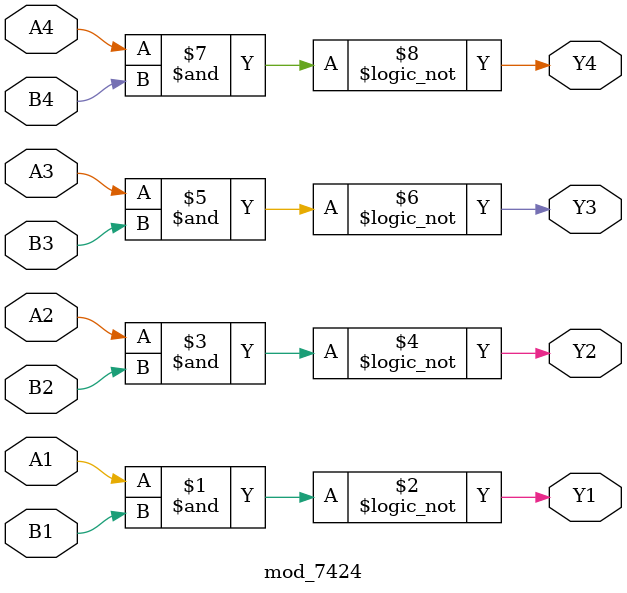
<source format=v>
module mod_7424 (
	input A1, input B1, output Y1, 
	input A2, input B2, output Y2, 
	input A3, input B3, output Y3, 
	input A4, input B4, output Y4
);
	assign Y1 = !(A1 & B1);
	assign Y2 = !(A2 & B2);
	assign Y3 = !(A3 & B3);
	assign Y4 = !(A4 & B4);
endmodule

</source>
